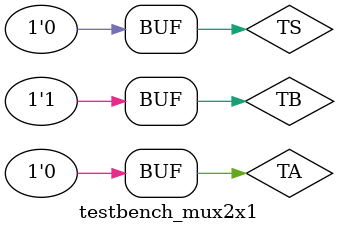
<source format=v>
module testbench_mux2x1;
    reg TA, TB, TS;
    wire TY;

    // instanciacion
    mux2x1 uut(TA, TB, TS, TY);
    initial
        begin   
            TS = 1; TA = 0; TB = 1;
            #10
            TA = 1; TB = 0;
            #10
            TS = 0;
            #10
            TA = 0; TB = 1;
        end 
    initial 
        $monitor("select = %b A = %b B = %b OUT = %b time = %0d", TS, TA, TB, Y, $time);
endmodule
</source>
